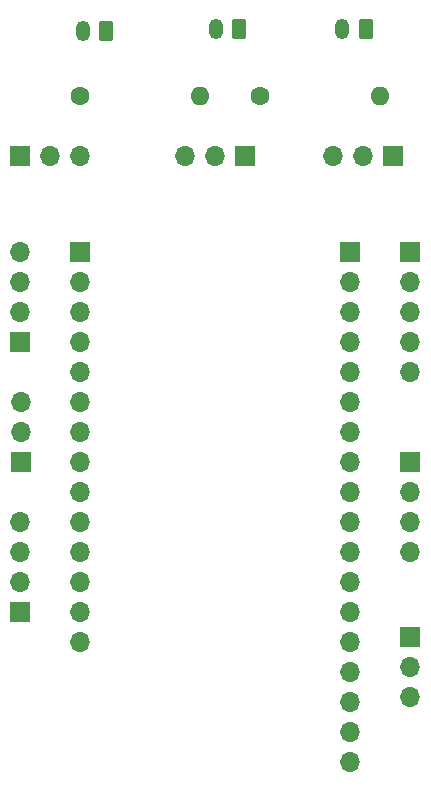
<source format=gbr>
%TF.GenerationSoftware,KiCad,Pcbnew,6.0.7-f9a2dced07~116~ubuntu20.04.1*%
%TF.CreationDate,2022-07-30T18:15:20+02:00*%
%TF.ProjectId,fatrug,66617472-7567-42e6-9b69-6361645f7063,rev?*%
%TF.SameCoordinates,Original*%
%TF.FileFunction,Copper,L2,Bot*%
%TF.FilePolarity,Positive*%
%FSLAX46Y46*%
G04 Gerber Fmt 4.6, Leading zero omitted, Abs format (unit mm)*
G04 Created by KiCad (PCBNEW 6.0.7-f9a2dced07~116~ubuntu20.04.1) date 2022-07-30 18:15:20*
%MOMM*%
%LPD*%
G01*
G04 APERTURE LIST*
G04 Aperture macros list*
%AMRoundRect*
0 Rectangle with rounded corners*
0 $1 Rounding radius*
0 $2 $3 $4 $5 $6 $7 $8 $9 X,Y pos of 4 corners*
0 Add a 4 corners polygon primitive as box body*
4,1,4,$2,$3,$4,$5,$6,$7,$8,$9,$2,$3,0*
0 Add four circle primitives for the rounded corners*
1,1,$1+$1,$2,$3*
1,1,$1+$1,$4,$5*
1,1,$1+$1,$6,$7*
1,1,$1+$1,$8,$9*
0 Add four rect primitives between the rounded corners*
20,1,$1+$1,$2,$3,$4,$5,0*
20,1,$1+$1,$4,$5,$6,$7,0*
20,1,$1+$1,$6,$7,$8,$9,0*
20,1,$1+$1,$8,$9,$2,$3,0*%
G04 Aperture macros list end*
%TA.AperFunction,ComponentPad*%
%ADD10R,1.700000X1.700000*%
%TD*%
%TA.AperFunction,ComponentPad*%
%ADD11O,1.700000X1.700000*%
%TD*%
%TA.AperFunction,ComponentPad*%
%ADD12RoundRect,0.250000X0.350000X0.625000X-0.350000X0.625000X-0.350000X-0.625000X0.350000X-0.625000X0*%
%TD*%
%TA.AperFunction,ComponentPad*%
%ADD13O,1.200000X1.750000*%
%TD*%
%TA.AperFunction,ComponentPad*%
%ADD14C,1.600000*%
%TD*%
%TA.AperFunction,ComponentPad*%
%ADD15O,1.600000X1.600000*%
%TD*%
G04 APERTURE END LIST*
D10*
%TO.P,J14,1,Pin_1*%
%TO.N,Net-(J5-Pad8)*%
X63525000Y-77705000D03*
D11*
%TO.P,J14,2,Pin_2*%
%TO.N,Net-(J5-Pad7)*%
X63525000Y-75165000D03*
%TO.P,J14,3,Pin_3*%
%TO.N,Net-(J5-Pad6)*%
X63525000Y-72625000D03*
%TD*%
D10*
%TO.P,J6,1,Pin_1*%
%TO.N,Net-(J11-Pad1)*%
X91435000Y-59895000D03*
D11*
%TO.P,J6,2,Pin_2*%
%TO.N,Net-(J11-Pad2)*%
X91435000Y-62435000D03*
%TO.P,J6,3,Pin_3*%
%TO.N,Net-(J11-Pad3)*%
X91435000Y-64975000D03*
%TO.P,J6,4,Pin_4*%
%TO.N,Net-(J11-Pad4)*%
X91435000Y-67515000D03*
%TO.P,J6,5,Pin_5*%
%TO.N,Net-(J11-Pad5)*%
X91435000Y-70055000D03*
%TO.P,J6,6,Pin_6*%
%TO.N,Net-(J6-Pad6)*%
X91435000Y-72595000D03*
%TO.P,J6,7,Pin_7*%
%TO.N,Net-(J6-Pad7)*%
X91435000Y-75135000D03*
%TO.P,J6,8,Pin_8*%
%TO.N,Net-(J6-Pad8)*%
X91435000Y-77675000D03*
%TO.P,J6,9,Pin_9*%
%TO.N,unconnected-(J6-Pad9)*%
X91435000Y-80215000D03*
%TO.P,J6,10,Pin_10*%
%TO.N,unconnected-(J6-Pad10)*%
X91435000Y-82755000D03*
%TO.P,J6,11,Pin_11*%
%TO.N,unconnected-(J6-Pad11)*%
X91435000Y-85295000D03*
%TO.P,J6,12,Pin_12*%
%TO.N,unconnected-(J6-Pad12)*%
X91435000Y-87835000D03*
%TO.P,J6,13,Pin_13*%
%TO.N,unconnected-(J6-Pad13)*%
X91435000Y-90375000D03*
%TO.P,J6,14,Pin_14*%
%TO.N,unconnected-(J6-Pad14)*%
X91435000Y-92915000D03*
%TO.P,J6,15,Pin_15*%
%TO.N,Net-(J12-Pad1)*%
X91435000Y-95455000D03*
%TO.P,J6,16,Pin_16*%
%TO.N,unconnected-(J6-Pad16)*%
X91435000Y-97995000D03*
%TO.P,J6,17,Pin_17*%
%TO.N,Net-(J7-Pad3)*%
X91435000Y-100535000D03*
%TO.P,J6,18,Pin_18*%
%TO.N,unconnected-(J6-Pad18)*%
X91435000Y-103075000D03*
%TD*%
D12*
%TO.P,J3,1,Pin_1*%
%TO.N,Net-(J10-Pad1)*%
X70775000Y-41150000D03*
D13*
%TO.P,J3,2,Pin_2*%
%TO.N,GND*%
X68775000Y-41150000D03*
%TD*%
D12*
%TO.P,J2,1,Pin_1*%
%TO.N,Net-(J10-Pad1)*%
X82010000Y-41025000D03*
D13*
%TO.P,J2,2,Pin_2*%
%TO.N,Net-(J1-Pad1)*%
X80010000Y-41025000D03*
%TD*%
D12*
%TO.P,J1,1,Pin_1*%
%TO.N,Net-(J1-Pad1)*%
X92750000Y-40975000D03*
D13*
%TO.P,J1,2,Pin_2*%
%TO.N,GND*%
X90750000Y-40975000D03*
%TD*%
D10*
%TO.P,J13,1,Pin_1*%
%TO.N,Net-(J7-Pad3)*%
X82500000Y-51750000D03*
D11*
%TO.P,J13,2,Pin_2*%
X79960000Y-51750000D03*
%TO.P,J13,3,Pin_3*%
X77420000Y-51750000D03*
%TD*%
D10*
%TO.P,J12,1,Pin_1*%
%TO.N,Net-(J12-Pad1)*%
X95000000Y-51750000D03*
D11*
%TO.P,J12,2,Pin_2*%
X92460000Y-51750000D03*
%TO.P,J12,3,Pin_3*%
X89920000Y-51750000D03*
%TD*%
D10*
%TO.P,J11,1,Pin_1*%
%TO.N,Net-(J11-Pad1)*%
X96515000Y-59895000D03*
D11*
%TO.P,J11,2,Pin_2*%
%TO.N,Net-(J11-Pad2)*%
X96515000Y-62435000D03*
%TO.P,J11,3,Pin_3*%
%TO.N,Net-(J11-Pad3)*%
X96515000Y-64975000D03*
%TO.P,J11,4,Pin_4*%
%TO.N,Net-(J11-Pad4)*%
X96515000Y-67515000D03*
%TO.P,J11,5,Pin_5*%
%TO.N,Net-(J11-Pad5)*%
X96515000Y-70055000D03*
%TD*%
%TO.P,J10,3,Pin_3*%
%TO.N,Net-(J10-Pad1)*%
X68560000Y-51750000D03*
%TO.P,J10,2,Pin_2*%
X66020000Y-51750000D03*
D10*
%TO.P,J10,1,Pin_1*%
X63480000Y-51750000D03*
%TD*%
%TO.P,J9,1,Pin_1*%
%TO.N,Net-(J5-Pad4)*%
X63495000Y-67515000D03*
D11*
%TO.P,J9,2,Pin_2*%
%TO.N,Net-(J5-Pad3)*%
X63495000Y-64975000D03*
%TO.P,J9,3,Pin_3*%
%TO.N,Net-(J5-Pad2)*%
X63495000Y-62435000D03*
%TO.P,J9,4,Pin_4*%
%TO.N,Net-(J5-Pad1)*%
X63495000Y-59895000D03*
%TD*%
D14*
%TO.P,R2,1*%
%TO.N,Net-(J5-Pad5)*%
X83800000Y-46670000D03*
D15*
%TO.P,R2,2*%
%TO.N,GND*%
X93960000Y-46670000D03*
%TD*%
%TO.P,R1,2*%
%TO.N,Net-(J5-Pad5)*%
X78720000Y-46670000D03*
D14*
%TO.P,R1,1*%
%TO.N,Net-(J10-Pad1)*%
X68560000Y-46670000D03*
%TD*%
D10*
%TO.P,J8,1,Pin_1*%
%TO.N,Net-(J6-Pad6)*%
X96515000Y-77675000D03*
D11*
%TO.P,J8,2,Pin_2*%
%TO.N,Net-(J6-Pad7)*%
X96515000Y-80215000D03*
%TO.P,J8,3,Pin_3*%
%TO.N,Net-(J12-Pad1)*%
X96515000Y-82755000D03*
%TO.P,J8,4,Pin_4*%
%TO.N,Net-(J7-Pad3)*%
X96515000Y-85295000D03*
%TD*%
%TO.P,J7,3,Pin_3*%
%TO.N,Net-(J7-Pad3)*%
X96500000Y-97580000D03*
%TO.P,J7,2,Pin_2*%
%TO.N,Net-(J12-Pad1)*%
X96500000Y-95040000D03*
D10*
%TO.P,J7,1,Pin_1*%
%TO.N,Net-(J6-Pad8)*%
X96500000Y-92500000D03*
%TD*%
%TO.P,J5,1,Pin_1*%
%TO.N,Net-(J5-Pad1)*%
X68575000Y-59895000D03*
D11*
%TO.P,J5,2,Pin_2*%
%TO.N,Net-(J5-Pad2)*%
X68575000Y-62435000D03*
%TO.P,J5,3,Pin_3*%
%TO.N,Net-(J5-Pad3)*%
X68575000Y-64975000D03*
%TO.P,J5,4,Pin_4*%
%TO.N,Net-(J5-Pad4)*%
X68575000Y-67515000D03*
%TO.P,J5,5,Pin_5*%
%TO.N,Net-(J5-Pad5)*%
X68575000Y-70055000D03*
%TO.P,J5,6,Pin_6*%
%TO.N,Net-(J5-Pad6)*%
X68575000Y-72595000D03*
%TO.P,J5,7,Pin_7*%
%TO.N,Net-(J5-Pad7)*%
X68575000Y-75135000D03*
%TO.P,J5,8,Pin_8*%
%TO.N,Net-(J5-Pad8)*%
X68575000Y-77675000D03*
%TO.P,J5,9,Pin_9*%
%TO.N,unconnected-(J5-Pad9)*%
X68575000Y-80215000D03*
%TO.P,J5,10,Pin_10*%
%TO.N,Net-(J4-Pad4)*%
X68575000Y-82755000D03*
%TO.P,J5,11,Pin_11*%
%TO.N,Net-(J4-Pad3)*%
X68575000Y-85295000D03*
%TO.P,J5,12,Pin_12*%
%TO.N,Net-(J4-Pad2)*%
X68575000Y-87835000D03*
%TO.P,J5,13,Pin_13*%
%TO.N,Net-(J4-Pad1)*%
X68575000Y-90375000D03*
%TO.P,J5,14,Pin_14*%
%TO.N,unconnected-(J5-Pad14)*%
X68575000Y-92915000D03*
%TD*%
D10*
%TO.P,J4,1,Pin_1*%
%TO.N,Net-(J4-Pad1)*%
X63495000Y-90375000D03*
D11*
%TO.P,J4,2,Pin_2*%
%TO.N,Net-(J4-Pad2)*%
X63495000Y-87835000D03*
%TO.P,J4,3,Pin_3*%
%TO.N,Net-(J4-Pad3)*%
X63495000Y-85295000D03*
%TO.P,J4,4,Pin_4*%
%TO.N,Net-(J4-Pad4)*%
X63495000Y-82755000D03*
%TD*%
M02*

</source>
